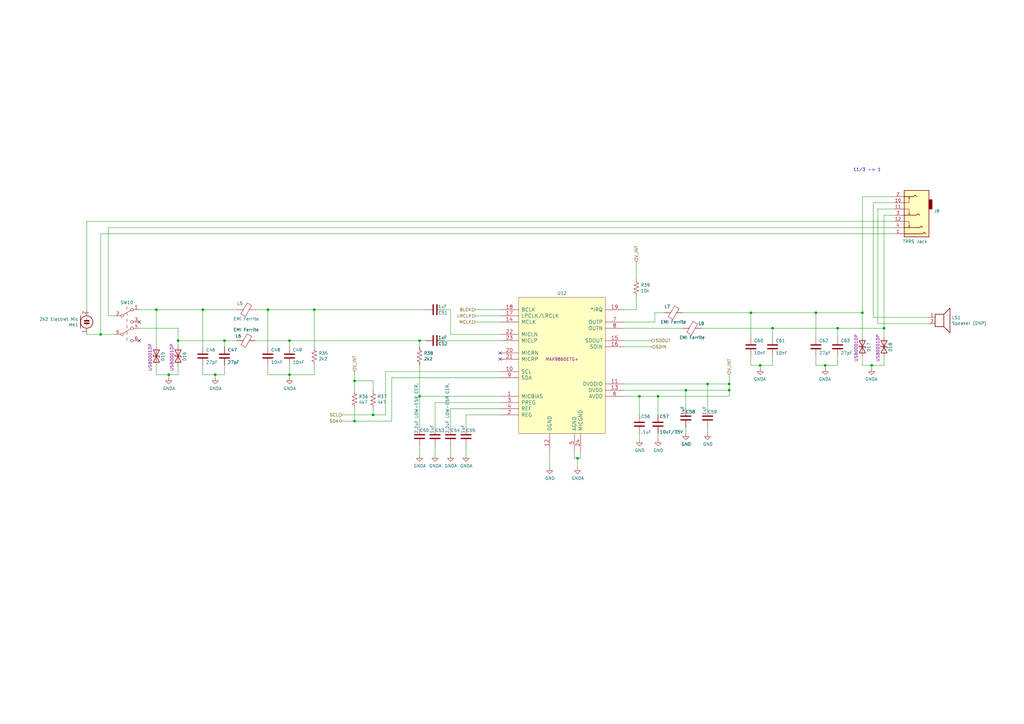
<source format=kicad_sch>
(kicad_sch (version 20211123) (generator eeschema)
  (paper "A3")
  (title_block (title "RCP 4G AUDIO CODEC AND I/O"))
  (lib_symbols
    (symbol "Device:C" (pin_numbers hide) (pin_names (offset 0.254))
      (property "Reference" "C" (at 0.635 2.54 0))
      (property "Value" "C" (at 0.635 -2.54 0))
      (symbol "C_0_1"
        (polyline (pts (xy -2.032 -0.762) (xy 2.032 -0.762)) (stroke (width 0.508)))
        (polyline (pts (xy -2.032 0.762) (xy 2.032 0.762)) (stroke (width 0.508)))
      )
      (symbol "C_1_1"
        (pin passive line (at 0 3.81 270) (length 2.794) (name "~") (number "1"))
        (pin passive line (at 0 -3.81 90) (length 2.794) (name "~") (number "2"))
      )
    )
    (symbol "Device:D_TVS" (pin_numbers hide) (pin_names (offset 1.016) hide)
      (property "Reference" "D" (at 0 2.54 0))
      (property "Value" "D_TVS" (at 0 -2.54 0))
      (symbol "D_TVS_0_1"
        (polyline (pts (xy 1.27 0) (xy -1.27 0)))
        (polyline (pts (xy 0.508 1.27) (xy 0 1.27) (xy 0 -1.27) (xy -0.508 -1.27)) (stroke (width 0.254)))
        (polyline (pts (xy -2.54 1.27) (xy -2.54 -1.27) (xy 2.54 1.27) (xy 2.54 -1.27) (xy -2.54 1.27)) (stroke (width 0.254)))
      )
      (symbol "D_TVS_1_1"
        (pin passive line (at -3.81 0 0) (length 2.54) (name "A1") (number "1"))
        (pin passive line (at 3.81 0 180) (length 2.54) (name "A2") (number "2"))
      )
    )
    (symbol "Device:Ferrite_Bead" (pin_numbers hide) (pin_names (offset 0))
      (property "Reference" "FB" (at -3.81 0.635 90))
      (property "Value" "Device_Ferrite_Bead" (at 3.81 0 90))
      (symbol "Ferrite_Bead_0_1"
        (polyline (pts (xy 0 -1.27) (xy 0 -1.2192)))
        (polyline (pts (xy 0 1.27) (xy 0 1.2954)))
        (polyline (pts (xy -2.7686 0.4064) (xy -1.7018 2.2606) (xy 2.7686 -0.3048) (xy 1.6764 -2.159) (xy -2.7686 0.4064)))
      )
      (symbol "Ferrite_Bead_1_1"
        (pin passive line (at 0 3.81 270) (length 2.54) (name "~") (number "1"))
        (pin passive line (at 0 -3.81 90) (length 2.54) (name "~") (number "2"))
      )
    )
    (symbol "Device:Microphone_Condenser" (pin_names (offset 0.0254) hide)
      (property "Reference" "MK" (at -3.302 1.27 0))
      (property "Value" "Microphone_Condenser" (at -3.302 -0.635 0))
      (symbol "Microphone_Condenser_0_1"
        (polyline (pts (xy -2.54 2.54) (xy -2.54 -2.54)) (stroke (width 0.254)))
        (polyline (pts (xy 0 -0.762) (xy 0 -1.524)))
        (polyline (pts (xy 0 0.762) (xy 0 1.524)))
        (polyline (pts (xy 0.254 3.81) (xy 0.762 3.81)))
        (polyline (pts (xy 0.508 4.064) (xy 0.508 3.556)))
        (circle (center 0 0) (radius 2.54) (stroke (width 0.254)))
        (rectangle (start 1.016 -0.254) (end -1.016 -0.762) (fill (type outline)))
        (rectangle (start 1.016 0.762) (end -1.016 0.254) (fill (type outline)))
      )
      (symbol "Microphone_Condenser_1_1"
        (pin passive line (at 0 -5.08 90) (length 2.54) (name "-") (number "1"))
        (pin passive line (at 0 5.08 270) (length 2.54) (name "+") (number "2"))
      )
    )
    (symbol "Device:R_US" (pin_numbers hide) (pin_names (offset 0))
      (property "Reference" "R" (at 2.54 0 90))
      (property "Value" "R_US" (at -2.54 0 90))
      (symbol "R_US_0_1"
        (polyline (pts (xy 0 -2.286) (xy 0 -2.54)))
        (polyline (pts (xy 0 2.286) (xy 0 2.54)))
        (polyline (pts (xy 0 -0.762) (xy 1.016 -1.143) (xy 0 -1.524) (xy -1.016 -1.905) (xy 0 -2.286)))
        (polyline (pts (xy 0 0.762) (xy 1.016 0.381) (xy 0 0) (xy -1.016 -0.381) (xy 0 -0.762)))
        (polyline (pts (xy 0 2.286) (xy 1.016 1.905) (xy 0 1.524) (xy -1.016 1.143) (xy 0 0.762)))
      )
      (symbol "R_US_1_1"
        (pin passive line (at 0 3.81 270) (length 1.27) (name "~") (number "1"))
        (pin passive line (at 0 -3.81 90) (length 1.27) (name "~") (number "2"))
      )
    )
    (symbol "Device:Speaker" (pin_names (offset 0) hide)
      (property "Reference" "LS" (at 1.27 5.715 0))
      (property "Value" "Speaker" (at 1.27 3.81 0))
      (symbol "Speaker_0_0"
        (rectangle (start -2.54 1.27) (end 1.016 -3.81) (stroke (width 0.254)))
        (polyline (pts (xy 1.016 1.27) (xy 3.556 3.81) (xy 3.556 -6.35) (xy 1.016 -3.81)) (stroke (width 0.254)))
      )
      (symbol "Speaker_1_1"
        (pin input line (at -5.08 0 0) (length 2.54) (name "1") (number "1"))
        (pin input line (at -5.08 -2.54 0) (length 2.54) (name "2") (number "2"))
      )
    )
    (symbol "MyLibrary:AudioJack_TRRS_3Switch" (pin_names (offset 1.016))
      (property "Reference" "J" (at 0 10.16 0))
      (symbol "AudioJack_TRRS_3Switch_0_1"
        (polyline (pts (xy 3.81 0) (xy 0 0)) (stroke (width 0.254)))
        (polyline (pts (xy 3.81 7.62) (xy -2.54 7.62)) (stroke (width 0.254)))
        (rectangle (start 3.81 -7.62) (end 1.27 -7.62) (stroke (width 0.254)))
        (rectangle (start 3.81 5.08) (end -1.27 5.08) (stroke (width 0.254)))
      )
      (symbol "AudioJack_TRRS_3Switch_1_1"
        (rectangle (start -6.35 -2.54) (end -7.62 -6.35) (stroke (width 0.254)) (fill (type outline)))
        (polyline (pts (xy 1.778 -7.366) (xy 2.032 -6.858)))
        (polyline (pts (xy 1.778 -0.254) (xy 2.032 -0.762)))
        (polyline (pts (xy 1.778 4.826) (xy 2.032 4.318)))
        (polyline (pts (xy 3.81 5.08) (xy 5.08 5.08)))
        (polyline (pts (xy 5.08 -7.62) (xy 3.81 -7.62)))
        (polyline (pts (xy 5.08 0) (xy 3.81 0)))
        (polyline (pts (xy 5.08 7.62) (xy 3.81 7.62)))
        (polyline (pts (xy -5.08 7.62) (xy -4.445 6.985) (xy -3.81 7.62) (xy -2.54 7.62)) (stroke (width 0.254)))
        (polyline (pts (xy -3.81 5.08) (xy -3.175 4.445) (xy -2.54 5.08) (xy -1.27 5.08)) (stroke (width 0.254)))
        (polyline (pts (xy -2.54 0) (xy -1.905 -0.635) (xy -1.27 0) (xy 0 0)) (stroke (width 0.254)))
        (polyline (pts (xy -1.27 -7.62) (xy -0.635 -8.255) (xy 0 -7.62) (xy 1.27 -7.62)) (stroke (width 0.254)))
        (polyline (pts (xy 5.08 -5.08) (xy 1.778 -5.08) (xy 1.778 -7.366) (xy 1.524 -6.858)))
        (polyline (pts (xy 5.08 -2.54) (xy 1.778 -2.54) (xy 1.778 -0.254) (xy 1.524 -0.762)))
        (polyline (pts (xy 5.08 2.54) (xy 1.778 2.54) (xy 1.778 4.826) (xy 1.524 4.318)))
        (rectangle (start 3.81 8.89) (end -6.35 -10.16) (stroke (width 0.254)) (fill (type background)))
        (pin passive line (at 7.62 7.62 180) (length 2.54) (name "~") (number "1"))
        (pin passive line (at 7.62 -5.08 180) (length 2.54) (name "~") (number "10"))
        (pin passive line (at 7.62 -2.54 180) (length 2.54) (name "~") (number "11"))
        (pin passive line (at 7.62 2.54 180) (length 2.54) (name "~") (number "12"))
        (pin passive line (at 7.62 -7.62 180) (length 2.54) (name "~") (number "2"))
        (pin passive line (at 7.62 0 180) (length 2.54) (name "~") (number "3"))
        (pin passive line (at 7.62 5.08 180) (length 2.54) (name "~") (number "4"))
      )
    )
    (symbol "MyLibrary:MAX9860" (pin_names (offset 1.016))
      (property "Reference" "U" (at -15.24 26.67 0))
      (property "Value" "MyLibrary_MAX9860" (at 12.7 26.67 0))
      (symbol "MAX9860_1_1"
        (rectangle (start -17.78 25.4) (end 17.78 -30.48) (stroke (width 0.127)) (fill (type background)))
        (pin unspecified line (at -25.4 -15.24 0) (length 7.62) (name "MICBIAS") (number "1"))
        (pin input line (at -25.4 -5.08 0) (length 7.62) (name "SCL") (number "10"))
        (pin power_in line (at 25.4 -10.16 180) (length 7.62) (name "DVDDIO") (number "11"))
        (pin power_in line (at -5.08 -38.1 90) (length 7.62) (name "DGND") (number "12"))
        (pin input line (at 25.4 -12.7 180) (length 7.62) (name "DVDD") (number "13"))
        (pin input line (at -25.4 15.24 0) (length 7.62) (name "MCLK") (number "14"))
        (pin output line (at 25.4 7.62 180) (length 7.62) (name "SDOUT") (number "15"))
        (pin input line (at 25.4 5.08 180) (length 7.62) (name "SDIN") (number "16"))
        (pin input line (at -25.4 17.78 0) (length 7.62) (name "LPCLK/LRCLK") (number "17"))
        (pin input line (at -25.4 20.32 0) (length 7.62) (name "BCLK") (number "18"))
        (pin output line (at 25.4 20.32 180) (length 7.62) (name "*IRQ") (number "19"))
        (pin unspecified line (at -25.4 -22.86 0) (length 7.62) (name "REG") (number "2"))
        (pin input line (at -25.4 2.54 0) (length 7.62) (name "MICRN") (number "20"))
        (pin input line (at -25.4 0 0) (length 7.62) (name "MICRP") (number "21"))
        (pin input line (at -25.4 10.16 0) (length 7.62) (name "MICLN") (number "22"))
        (pin input line (at -25.4 7.62 0) (length 7.62) (name "MICLP") (number "23"))
        (pin power_in line (at 7.62 -38.1 90) (length 7.62) (name "MICGND") (number "24"))
        (pin unspecified line (at -25.4 -17.78 0) (length 7.62) (name "PREG") (number "3"))
        (pin unspecified line (at -25.4 -20.32 0) (length 7.62) (name "REF") (number "4"))
        (pin power_in line (at 5.08 -38.1 90) (length 7.62) (name "AGND") (number "5"))
        (pin power_in line (at 25.4 -15.24 180) (length 7.62) (name "AVDD") (number "6"))
        (pin output line (at 25.4 15.24 180) (length 7.62) (name "OUTP") (number "7"))
        (pin output line (at 25.4 12.7 180) (length 7.62) (name "OUTN") (number "8"))
        (pin bidirectional line (at -25.4 -7.62 0) (length 7.62) (name "SDA") (number "9"))
      )
    )
    (symbol "MyLibrary:SW_DPDT" (pin_names (offset 1.016))
      (property "Reference" "SW" (at -2.54 7.62 0))
      (symbol "SW_DPDT_1_1"
        (circle (center -2.032 -3.81) (radius 0.5334))
        (circle (center -2.032 3.81) (radius 0.508))
        (polyline (pts (xy -1.524 -3.429) (xy 1.524 -1.524)))
        (polyline (pts (xy -1.524 4.191) (xy 1.524 6.096)))
        (polyline (pts (xy 0 -5.08) (xy 0 -6.35)))
        (polyline (pts (xy 0 -2.54) (xy 0 -3.81)))
        (polyline (pts (xy 0 0) (xy 0 -1.27)))
        (polyline (pts (xy 0 2.54) (xy 0 1.27)))
        (polyline (pts (xy 0 5.08) (xy 0 3.81)))
        (polyline (pts (xy 0 7.62) (xy 0 6.35)))
        (circle (center 2.032 -6.35) (radius 0.5334))
        (circle (center 2.032 -1.27) (radius 0.5334))
        (circle (center 2.032 1.27) (radius 0.5334))
        (circle (center 2.032 6.35) (radius 0.5334))
        (pin input line (at 5.08 6.35 180) (length 2.54) (name "~") (number "1"))
        (pin input line (at -5.08 3.81 0) (length 2.54) (name "~") (number "2"))
        (pin input line (at 5.08 1.27 180) (length 2.54) (name "~") (number "3"))
        (pin input line (at 5.08 -1.27 180) (length 2.54) (name "~") (number "4"))
        (pin input line (at -5.08 -3.81 0) (length 2.54) (name "~") (number "5"))
        (pin input line (at 5.08 -6.35 180) (length 2.54) (name "~") (number "6"))
      )
    )
    (symbol "power:GND" (power) (pin_names (offset 0))
      (property "Value" "GND" (at 0 -3.81 0))
      (symbol "GND_0_1"
        (polyline (pts (xy 0 0) (xy 0 -1.27) (xy 1.27 -1.27) (xy 0 -2.54) (xy -1.27 -1.27) (xy 0 -1.27)))
      )
      (symbol "GND_1_1"
        (pin power_in line (at 0 0 270) (length 0) hide (name "GND") (number "1"))
      )
    )
    (symbol "power:GNDA" (power) (pin_names (offset 0))
      (property "Value" "GNDA" (at 0 -3.81 0))
      (symbol "GNDA_0_1"
        (polyline (pts (xy 0 0) (xy 0 -1.27) (xy 1.27 -1.27) (xy 0 -2.54) (xy -1.27 -1.27) (xy 0 -1.27)))
      )
      (symbol "GNDA_1_1"
        (pin power_in line (at 0 0 270) (length 0) hide (name "GNDA") (number "1"))
      )
    )
  )
  (junction (at 299.085 157.48))
  (junction (at 236.855 187.96))
  (junction (at 88.265 153.67))
  (junction (at 334.645 128.27))
  (junction (at 172.085 139.7))
  (junction (at 338.455 149.86))
  (junction (at 353.695 128.27))
  (junction (at 311.785 149.86))
  (junction (at 262.255 162.56))
  (junction (at 362.585 134.62))
  (junction (at 316.865 134.62))
  (junction (at 343.535 134.62))
  (junction (at 299.085 160.02))
  (junction (at 269.875 162.56))
  (junction (at 153.035 170.18))
  (junction (at 128.905 127))
  (junction (at 83.185 127))
  (junction (at 145.415 156.21))
  (junction (at 64.135 127))
  (junction (at 145.415 172.72))
  (junction (at 290.195 157.48))
  (junction (at 172.085 162.56))
  (junction (at 281.305 160.02))
  (junction (at 118.745 153.67))
  (junction (at 307.975 128.27))
  (junction (at 92.075 139.7))
  (junction (at 118.745 139.7))
  (junction (at 357.505 149.86))
  (junction (at 41.275 137.16))
  (junction (at 69.215 153.67))
  (junction (at 109.855 127))
  (junction (at 73.025 139.7))
  (no_connect (at 205.105 147.32))
  (no_connect (at 205.105 144.78))
  (no_connect (at 57.15 139.7))
  (no_connect (at 57.15 132.08))
  (wire (pts (xy 236.855 191.77) (xy 236.855 187.96)))
  (wire (pts (xy 88.265 153.67) (xy 83.185 153.67)))
  (wire (pts (xy 160.655 172.72) (xy 145.415 172.72)))
  (wire (pts (xy 128.905 149.86) (xy 128.905 153.67)))
  (wire (pts (xy 236.855 187.96) (xy 238.125 187.96)))
  (wire (pts (xy 73.025 149.86) (xy 73.025 153.67)))
  (wire (pts (xy 269.875 162.56) (xy 299.085 162.56)))
  (wire (pts (xy 262.255 170.18) (xy 262.255 162.56)))
  (wire (pts (xy 73.025 134.62) (xy 73.025 139.7)))
  (wire (pts (xy 35.56 90.805) (xy 367.03 90.805)))
  (wire (pts (xy 118.745 139.7) (xy 172.085 139.7)))
  (wire (pts (xy 353.695 138.43) (xy 353.695 128.27)))
  (wire (pts (xy 194.945 127) (xy 205.105 127)))
  (wire (pts (xy 44.45 129.54) (xy 44.45 93.345)))
  (wire (pts (xy 334.645 128.27) (xy 307.975 128.27)))
  (wire (pts (xy 109.855 127) (xy 128.905 127)))
  (wire (pts (xy 358.14 83.185) (xy 367.03 83.185)))
  (wire (pts (xy 153.035 170.18) (xy 140.335 170.18)))
  (wire (pts (xy 268.605 128.27) (xy 272.415 128.27)))
  (wire (pts (xy 205.105 165.1) (xy 178.435 165.1)))
  (wire (pts (xy 184.785 175.26) (xy 184.785 167.64)))
  (wire (pts (xy 343.535 138.43) (xy 343.535 134.62)))
  (wire (pts (xy 343.535 149.86) (xy 343.535 146.05)))
  (wire (pts (xy 83.185 142.24) (xy 83.185 127)))
  (wire (pts (xy 158.115 170.18) (xy 153.035 170.18)))
  (wire (pts (xy 57.15 134.62) (xy 73.025 134.62)))
  (wire (pts (xy 128.905 153.67) (xy 118.745 153.67)))
  (wire (pts (xy 88.265 154.94) (xy 88.265 153.67)))
  (wire (pts (xy 269.875 180.34) (xy 269.875 177.8)))
  (wire (pts (xy 172.085 149.86) (xy 172.085 162.56)))
  (wire (pts (xy 182.245 127) (xy 184.785 127)))
  (wire (pts (xy 307.975 128.27) (xy 280.035 128.27)))
  (wire (pts (xy 225.425 191.77) (xy 225.425 185.42)))
  (wire (pts (xy 172.085 142.24) (xy 172.085 139.7)))
  (wire (pts (xy 357.505 151.13) (xy 357.505 149.86)))
  (wire (pts (xy 172.085 186.69) (xy 172.085 182.88)))
  (wire (pts (xy 191.135 182.88) (xy 191.135 186.69)))
  (wire (pts (xy 172.085 175.26) (xy 172.085 162.56)))
  (wire (pts (xy 194.945 132.08) (xy 205.105 132.08)))
  (wire (pts (xy 262.255 180.34) (xy 262.255 177.8)))
  (wire (pts (xy 160.655 154.94) (xy 160.655 172.72)))
  (wire (pts (xy 41.275 95.885) (xy 367.03 95.885)))
  (wire (pts (xy 367.03 85.725) (xy 360.045 85.725)))
  (wire (pts (xy 104.775 127) (xy 109.855 127)))
  (wire (pts (xy 145.415 156.21) (xy 153.035 156.21)))
  (wire (pts (xy 118.745 149.86) (xy 118.745 153.67)))
  (wire (pts (xy 307.975 146.05) (xy 307.975 149.86)))
  (wire (pts (xy 172.085 162.56) (xy 205.105 162.56)))
  (wire (pts (xy 381 130.175) (xy 358.14 130.175)))
  (wire (pts (xy 280.035 134.62) (xy 255.905 134.62)))
  (wire (pts (xy 353.695 128.27) (xy 334.645 128.27)))
  (wire (pts (xy 235.585 187.96) (xy 236.855 187.96)))
  (wire (pts (xy 334.645 146.05) (xy 334.645 149.86)))
  (wire (pts (xy 255.905 142.24) (xy 267.335 142.24)))
  (wire (pts (xy 41.275 95.885) (xy 41.275 137.16)))
  (wire (pts (xy 174.625 139.7) (xy 172.085 139.7)))
  (wire (pts (xy 205.105 170.18) (xy 191.135 170.18)))
  (wire (pts (xy 311.785 149.86) (xy 316.865 149.86)))
  (wire (pts (xy 255.905 132.08) (xy 268.605 132.08)))
  (wire (pts (xy 69.215 154.94) (xy 69.215 153.67)))
  (wire (pts (xy 357.505 149.86) (xy 362.585 149.86)))
  (wire (pts (xy 255.905 160.02) (xy 281.305 160.02)))
  (wire (pts (xy 184.785 137.16) (xy 205.105 137.16)))
  (wire (pts (xy 145.415 160.02) (xy 145.415 156.21)))
  (wire (pts (xy 338.455 151.13) (xy 338.455 149.86)))
  (wire (pts (xy 255.905 157.48) (xy 290.195 157.48)))
  (wire (pts (xy 145.415 152.4) (xy 145.415 156.21)))
  (wire (pts (xy 128.905 142.24) (xy 128.905 127)))
  (wire (pts (xy 290.195 157.48) (xy 299.085 157.48)))
  (wire (pts (xy 64.135 127) (xy 83.185 127)))
  (wire (pts (xy 92.075 149.86) (xy 92.075 153.67)))
  (wire (pts (xy 367.03 80.645) (xy 353.695 80.645)))
  (wire (pts (xy 316.865 138.43) (xy 316.865 134.62)))
  (wire (pts (xy 358.14 83.185) (xy 358.14 130.175)))
  (wire (pts (xy 353.695 128.27) (xy 353.695 80.645)))
  (wire (pts (xy 73.025 142.24) (xy 73.025 139.7)))
  (wire (pts (xy 35.56 137.16) (xy 41.275 137.16)))
  (wire (pts (xy 158.115 152.4) (xy 205.105 152.4)))
  (wire (pts (xy 338.455 149.86) (xy 343.535 149.86)))
  (wire (pts (xy 57.15 127) (xy 64.135 127)))
  (wire (pts (xy 316.865 149.86) (xy 316.865 146.05)))
  (wire (pts (xy 260.985 121.92) (xy 260.985 127)))
  (wire (pts (xy 46.99 129.54) (xy 44.45 129.54)))
  (wire (pts (xy 205.105 129.54) (xy 194.945 129.54)))
  (wire (pts (xy 118.745 153.67) (xy 109.855 153.67)))
  (wire (pts (xy 109.855 142.24) (xy 109.855 127)))
  (wire (pts (xy 281.305 177.8) (xy 281.305 175.26)))
  (wire (pts (xy 334.645 138.43) (xy 334.645 128.27)))
  (wire (pts (xy 360.045 85.725) (xy 360.045 132.715)))
  (wire (pts (xy 316.865 134.62) (xy 343.535 134.62)))
  (wire (pts (xy 153.035 170.18) (xy 153.035 167.64)))
  (wire (pts (xy 362.585 88.265) (xy 367.03 88.265)))
  (wire (pts (xy 260.985 127) (xy 255.905 127)))
  (wire (pts (xy 145.415 167.64) (xy 145.415 172.72)))
  (wire (pts (xy 35.56 90.805) (xy 35.56 127)))
  (wire (pts (xy 290.195 167.64) (xy 290.195 157.48)))
  (wire (pts (xy 307.975 138.43) (xy 307.975 128.27)))
  (wire (pts (xy 160.655 154.94) (xy 205.105 154.94)))
  (wire (pts (xy 269.875 170.18) (xy 269.875 162.56)))
  (wire (pts (xy 343.535 134.62) (xy 362.585 134.62)))
  (wire (pts (xy 238.125 187.96) (xy 238.125 185.42)))
  (wire (pts (xy 92.075 139.7) (xy 73.025 139.7)))
  (wire (pts (xy 178.435 165.1) (xy 178.435 175.26)))
  (wire (pts (xy 290.195 177.8) (xy 290.195 175.26)))
  (wire (pts (xy 92.075 153.67) (xy 88.265 153.67)))
  (wire (pts (xy 83.185 127) (xy 97.155 127)))
  (wire (pts (xy 64.135 142.24) (xy 64.135 127)))
  (wire (pts (xy 307.975 149.86) (xy 311.785 149.86)))
  (wire (pts (xy 145.415 172.72) (xy 140.335 172.72)))
  (wire (pts (xy 334.645 149.86) (xy 338.455 149.86)))
  (wire (pts (xy 281.305 167.64) (xy 281.305 160.02)))
  (wire (pts (xy 299.085 153.67) (xy 299.085 157.48)))
  (wire (pts (xy 118.745 142.24) (xy 118.745 139.7)))
  (wire (pts (xy 267.335 139.7) (xy 255.905 139.7)))
  (wire (pts (xy 353.695 146.05) (xy 353.695 149.86)))
  (wire (pts (xy 191.135 170.18) (xy 191.135 175.26)))
  (wire (pts (xy 299.085 157.48) (xy 299.085 160.02)))
  (wire (pts (xy 92.075 142.24) (xy 92.075 139.7)))
  (wire (pts (xy 153.035 156.21) (xy 153.035 160.02)))
  (wire (pts (xy 184.785 167.64) (xy 205.105 167.64)))
  (wire (pts (xy 46.99 137.16) (xy 41.275 137.16)))
  (wire (pts (xy 362.585 149.86) (xy 362.585 146.05)))
  (wire (pts (xy 287.655 134.62) (xy 316.865 134.62)))
  (wire (pts (xy 205.105 139.7) (xy 182.245 139.7)))
  (wire (pts (xy 104.775 139.7) (xy 118.745 139.7)))
  (wire (pts (xy 109.855 153.67) (xy 109.855 149.86)))
  (wire (pts (xy 73.025 153.67) (xy 69.215 153.67)))
  (wire (pts (xy 184.785 182.88) (xy 184.785 186.69)))
  (wire (pts (xy 362.585 138.43) (xy 362.585 134.62)))
  (wire (pts (xy 268.605 132.08) (xy 268.605 128.27)))
  (wire (pts (xy 281.305 160.02) (xy 299.085 160.02)))
  (wire (pts (xy 235.585 185.42) (xy 235.585 187.96)))
  (wire (pts (xy 83.185 153.67) (xy 83.185 149.86)))
  (wire (pts (xy 184.785 127) (xy 184.785 137.16)))
  (wire (pts (xy 158.115 152.4) (xy 158.115 170.18)))
  (wire (pts (xy 69.215 153.67) (xy 64.135 153.67)))
  (wire (pts (xy 178.435 186.69) (xy 178.435 182.88)))
  (wire (pts (xy 311.785 151.13) (xy 311.785 149.86)))
  (wire (pts (xy 260.985 107.315) (xy 260.985 114.3)))
  (wire (pts (xy 360.045 132.715) (xy 381 132.715)))
  (wire (pts (xy 362.585 134.62) (xy 362.585 88.265)))
  (wire (pts (xy 97.155 139.7) (xy 92.075 139.7)))
  (wire (pts (xy 353.695 149.86) (xy 357.505 149.86)))
  (wire (pts (xy 299.085 160.02) (xy 299.085 162.56)))
  (wire (pts (xy 269.875 162.56) (xy 262.255 162.56)))
  (wire (pts (xy 44.45 93.345) (xy 367.03 93.345)))
  (wire (pts (xy 118.745 154.94) (xy 118.745 153.67)))
  (wire (pts (xy 64.135 153.67) (xy 64.135 149.86)))
  (wire (pts (xy 262.255 162.56) (xy 255.905 162.56)))
  (wire (pts (xy 128.905 127) (xy 174.625 127)))
  (text "11/3 -> 1" (at 349.885 70.485 0) (effects (font (size 1.27 1.27)) (justify left bottom)))
  (hierarchical_label "SDA" (shape bidirectional) (at 140.335 172.72 180))
  (hierarchical_label "V_INT" (shape input) (at 145.415 152.4 90))
  (hierarchical_label "BLCK" (shape input) (at 194.945 127 180))
  (hierarchical_label "SDOUT" (shape output) (at 267.335 139.7 0))
  (hierarchical_label "V_INT" (shape input) (at 299.085 153.67 90))
  (hierarchical_label "V_INT" (shape input) (at 260.985 107.315 90))
  (hierarchical_label "SDIN" (shape input) (at 267.335 142.24 0))
  (hierarchical_label "MCLK" (shape input) (at 194.945 132.08 180))
  (hierarchical_label "SCL" (shape input) (at 140.335 170.18 180))
  (hierarchical_label "LRCLK" (shape input) (at 194.945 129.54 180))
  (symbol (lib_id "MyLibrary:MAX9860") (at 230.505 147.32 0) (unit 1)
    (property "Reference" "U12" (at 230.505 120.269 0))
    (property "Value" "MAX9860 CODEC" (effects hide))
    (property "Footprint" "Package_DFN_QFN:WQFN-24-1EP_4x4mm_P0.5mm_EP2.7x2.7mm" (effects hide))
    (property "Mfg. Name" "Maxim" (effects hide))
    (property "Mfg. Part No." "MAX9860ETG+" (at 230.505 147.32 0))
  )
  (symbol (lib_id "Device:C") (at 92.075 146.05 0) (unit 1)
    (property "Reference" "C47" (at 93.345 143.51 0) (effects (justify left)))
    (property "Value" "27pF" (at 93.345 148.59 0) (effects (justify left)))
    (property "Footprint" "Capacitor_SMD:C_0603_1608Metric" (effects hide))
  )
  (symbol (lib_id "Device:C") (at 118.745 146.05 0) (unit 1)
    (property "Reference" "C49" (at 120.015 143.51 0) (effects (justify left)))
    (property "Value" "10nF" (at 120.015 148.59 0) (effects (justify left)))
    (property "Footprint" "Capacitor_SMD:C_0603_1608Metric" (effects hide))
  )
  (symbol (lib_id "Device:C") (at 307.975 142.24 0) (unit 1)
    (property "Reference" "C60" (at 309.245 139.7 0) (effects (justify left)))
    (property "Value" "10nF" (at 309.245 144.78 0) (effects (justify left)))
    (property "Footprint" "Capacitor_SMD:C_0603_1608Metric" (effects hide))
  )
  (symbol (lib_id "Device:C") (at 316.865 142.24 0) (unit 1)
    (property "Reference" "C61" (at 318.135 139.7 0) (effects (justify left)))
    (property "Value" "10nF" (at 318.135 144.78 0) (effects (justify left)))
    (property "Footprint" "Capacitor_SMD:C_0603_1608Metric" (effects hide))
  )
  (symbol (lib_id "Device:C") (at 334.645 142.24 0) (unit 1)
    (property "Reference" "C62" (at 335.915 139.7 0) (effects (justify left)))
    (property "Value" "27pF" (at 335.915 144.78 0) (effects (justify left)))
    (property "Footprint" "Capacitor_SMD:C_0603_1608Metric" (effects hide))
  )
  (symbol (lib_id "Device:C") (at 343.535 142.24 0) (unit 1)
    (property "Reference" "C63" (at 344.805 139.7 0) (effects (justify left)))
    (property "Value" "27pF" (at 344.805 144.78 0) (effects (justify left)))
    (property "Footprint" "Capacitor_SMD:C_0603_1608Metric" (effects hide))
  )
  (symbol (lib_id "Device:Ferrite_Bead") (at 100.965 139.7 270) (unit 1)
    (property "Reference" "L6" (at 97.79 137.795 90))
    (property "Value" "EMI Ferrite" (at 100.965 135.255 90))
    (property "Footprint" "Inductor_SMD:L_0402_1005Metric" (effects hide))
    (property "Mfg. Name" "Murata" (effects hide))
    (property "Mfg. Part No." "BLM15HD182SN1D" (effects hide))
  )
  (symbol (lib_id "Device:Ferrite_Bead") (at 276.225 128.27 270) (unit 1)
    (property "Reference" "L7" (at 273.685 125.73 90))
    (property "Value" "EMI Ferrite" (at 276.225 132.08 90))
    (property "Footprint" "Inductor_SMD:L_0402_1005Metric" (effects hide))
    (property "Mfg. Name" "Murata" (effects hide))
    (property "Mfg. Part No." "BLM15HD182SN1D" (effects hide))
  )
  (symbol (lib_id "Device:Ferrite_Bead") (at 283.845 134.62 270) (unit 1)
    (property "Reference" "L8" (at 287.655 132.715 90))
    (property "Value" "EMI Ferrite" (at 283.845 138.43 90))
    (property "Footprint" "Inductor_SMD:L_0402_1005Metric" (effects hide))
    (property "Mfg. Name" "Murata" (effects hide))
    (property "Mfg. Part No." "BLM15HD182SN1D" (effects hide))
  )
  (symbol (lib_id "Device:C") (at 184.785 179.07 0) (unit 1)
    (property "Reference" "C54" (at 184.785 176.53 0) (effects (justify left)))
    (property "Value" "2.2uF LOW-ESR CER." (at 183.515 177.8 90) (effects (justify left)))
    (property "Footprint" "Capacitor_SMD:C_0603_1608Metric" (effects hide))
    (property "Mfg. Name" "Kemet" (effects hide))
    (property "Mfg. Part No." "C0603C225K9PACTU" (effects hide))
  )
  (symbol (lib_id "Device:C") (at 191.135 179.07 0) (unit 1)
    (property "Reference" "C55" (at 191.135 176.53 0) (effects (justify left)))
    (property "Value" "1uF" (at 189.865 177.8 90) (effects (justify left)))
    (property "Footprint" "Capacitor_SMD:C_0402_1005Metric" (effects hide))
    (property "Mfg. Name" "Kemet" (effects hide))
    (property "Mfg. Part No." "C0402C105K9PACTU" (effects hide))
  )
  (symbol (lib_id "Device:C") (at 178.435 127 270) (unit 1)
    (property "Reference" "C51" (at 179.705 128.27 90) (effects (justify left)))
    (property "Value" "1uF" (at 179.705 125.73 90) (effects (justify left)))
    (property "Footprint" "Capacitor_SMD:C_0402_1005Metric" (effects hide))
    (property "Mfg. Name" "Kemet" (effects hide))
    (property "Mfg. Part No." "C0402C105K9PACTU" (effects hide))
  )
  (symbol (lib_id "Device:C") (at 178.435 139.7 270) (unit 1)
    (property "Reference" "C52" (at 179.705 140.97 90) (effects (justify left)))
    (property "Value" "1uF" (at 179.705 138.43 90) (effects (justify left)))
    (property "Footprint" "Capacitor_SMD:C_0402_1005Metric" (effects hide))
    (property "Mfg. Name" "Kemet" (effects hide))
    (property "Mfg. Part No." "C0402C105K9PACTU" (effects hide))
  )
  (symbol (lib_id "Device:C") (at 290.195 171.45 0) (unit 1)
    (property "Reference" "C59" (at 290.195 168.91 0) (effects (justify left)))
    (property "Value" "1uF" (at 288.925 170.18 90) (effects (justify left)))
    (property "Footprint" "Capacitor_SMD:C_0402_1005Metric" (effects hide))
    (property "Mfg. Name" "Kemet" (effects hide))
    (property "Mfg. Part No." "C0402C105K9PACTU" (effects hide))
  )
  (symbol (lib_id "Device:C") (at 281.305 171.45 0) (unit 1)
    (property "Reference" "C58" (at 281.305 168.91 0) (effects (justify left)))
    (property "Value" "1uF" (at 280.035 170.18 90) (effects (justify left)))
    (property "Footprint" "Capacitor_SMD:C_0402_1005Metric" (effects hide))
    (property "Mfg. Name" "Kemet" (effects hide))
    (property "Mfg. Part No." "C0402C105K9PACTU" (effects hide))
  )
  (symbol (lib_id "Device:R_US") (at 260.985 118.11 0) (unit 1)
    (property "Reference" "R39" (at 262.7122 116.9416 0) (effects (justify left)))
    (property "Value" "10k" (at 262.7122 119.253 0) (effects (justify left)))
    (property "Footprint" "Resistor_SMD:R_0603_1608Metric" (effects hide))
  )
  (symbol (lib_id "Device:R_US") (at 153.035 163.83 0) (unit 1)
    (property "Reference" "R37" (at 154.7622 162.6616 0) (effects (justify left)))
    (property "Value" "4k7" (at 154.7622 164.973 0) (effects (justify left)))
    (property "Footprint" "Resistor_SMD:R_0603_1608Metric" (effects hide))
  )
  (symbol (lib_id "Device:R_US") (at 145.415 163.83 0) (unit 1)
    (property "Reference" "R36" (at 147.1422 162.6616 0) (effects (justify left)))
    (property "Value" "4k7" (at 147.1422 164.973 0) (effects (justify left)))
    (property "Footprint" "Resistor_SMD:R_0603_1608Metric" (effects hide))
  )
  (symbol (lib_id "power:GNDA") (at 236.855 191.77 0) (unit 1)
    (property "Reference" "#PWR0196" (effects hide))
    (property "Value" "GNDA" (at 236.982 196.1642 0))
  )
  (symbol (lib_id "power:GND") (at 225.425 191.77 0) (unit 1)
    (property "Reference" "#PWR0197" (effects hide))
    (property "Value" "GND" (at 225.552 196.1642 0))
  )
  (symbol (lib_id "power:GND") (at 290.195 177.8 0) (unit 1)
    (property "Reference" "#PWR0198" (effects hide))
    (property "Value" "GND" (at 290.322 182.1942 0))
  )
  (symbol (lib_id "power:GND") (at 281.305 177.8 0) (unit 1)
    (property "Reference" "#PWR0199" (effects hide))
    (property "Value" "GND" (at 281.432 182.1942 0))
  )
  (symbol (lib_id "Device:C") (at 269.875 173.99 0) (unit 1)
    (property "Reference" "C57" (at 270.51 170.815 0) (effects (justify left)))
    (property "Value" "10uF/35V" (at 270.51 177.165 0) (effects (justify left)))
    (property "Footprint" "Resistor_SMD:R_1206_3216Metric" (effects hide))
    (property "Mfg. Name" "TDK" (effects hide))
    (property "Mfg. Part No." "CGA5L1X7R1V106K160AC" (effects hide))
  )
  (symbol (lib_id "power:GND") (at 269.875 180.34 0) (unit 1)
    (property "Reference" "#PWR0200" (effects hide))
    (property "Value" "GND" (at 270.002 184.7342 0))
  )
  (symbol (lib_id "Device:C") (at 262.255 173.99 0) (unit 1)
    (property "Reference" "C56" (at 262.89 170.815 0) (effects (justify left)))
    (property "Value" ".1uF" (at 262.89 177.165 0) (effects (justify left)))
    (property "Footprint" "Capacitor_SMD:C_0603_1608Metric" (effects hide))
  )
  (symbol (lib_id "power:GND") (at 262.255 180.34 0) (unit 1)
    (property "Reference" "#PWR0201" (effects hide))
    (property "Value" "GND" (at 262.382 184.7342 0))
  )
  (symbol (lib_id "Device:C") (at 178.435 179.07 0) (unit 1)
    (property "Reference" "C53" (at 178.435 176.53 0) (effects (justify left)))
    (property "Value" "1uF" (at 177.165 177.8 90) (effects (justify left)))
    (property "Footprint" "Capacitor_SMD:C_0402_1005Metric" (effects hide))
    (property "Mfg. Name" "Kemet" (effects hide))
    (property "Mfg. Part No." "C0402C105K9PACTU" (effects hide))
  )
  (symbol (lib_id "power:GNDA") (at 191.135 186.69 0) (unit 1)
    (property "Reference" "#PWR0202" (effects hide))
    (property "Value" "GNDA" (at 191.262 191.0842 0))
  )
  (symbol (lib_id "power:GNDA") (at 184.785 186.69 0) (unit 1)
    (property "Reference" "#PWR0203" (effects hide))
    (property "Value" "GNDA" (at 184.912 191.0842 0))
  )
  (symbol (lib_id "power:GNDA") (at 178.435 186.69 0) (unit 1)
    (property "Reference" "#PWR0204" (effects hide))
    (property "Value" "GNDA" (at 178.562 191.0842 0))
  )
  (symbol (lib_id "Device:C") (at 172.085 179.07 0) (unit 1)
    (property "Reference" "C50" (at 172.085 176.53 0) (effects (justify left)))
    (property "Value" "2.2uF LOW-ESR CER." (at 170.815 177.8 90) (effects (justify left)))
    (property "Footprint" "Capacitor_SMD:C_0603_1608Metric" (effects hide))
    (property "Mfg. Name" "Kemet" (effects hide))
    (property "Mfg. Part No." "C0603C225K9PACTU" (effects hide))
  )
  (symbol (lib_id "power:GNDA") (at 172.085 186.69 0) (unit 1)
    (property "Reference" "#PWR0205" (effects hide))
    (property "Value" "GNDA" (at 172.212 191.0842 0))
  )
  (symbol (lib_id "Device:Ferrite_Bead") (at 100.965 127 270) (unit 1)
    (property "Reference" "L5" (at 98.425 124.46 90))
    (property "Value" "EMI Ferrite" (at 100.965 130.81 90))
    (property "Footprint" "Inductor_SMD:L_0402_1005Metric" (effects hide))
    (property "Mfg. Name" "Murata" (effects hide))
    (property "Mfg. Part No." "BLM15HD182SN1D" (effects hide))
  )
  (symbol (lib_id "Device:R_US") (at 172.085 146.05 0) (unit 1)
    (property "Reference" "R38" (at 173.8122 144.8816 0) (effects (justify left)))
    (property "Value" "2k2" (at 173.8122 147.193 0) (effects (justify left)))
    (property "Footprint" "Resistor_SMD:R_0402_1005Metric" (effects hide))
    (property "Mfg. Name" "Panasonic" (effects hide))
    (property "Mfg. Part No." "ERJ-2GEJ222X" (effects hide))
  )
  (symbol (lib_id "Device:R_US") (at 128.905 146.05 0) (unit 1)
    (property "Reference" "R35" (at 130.6322 144.8816 0) (effects (justify left)))
    (property "Value" "2k2" (at 130.6322 147.193 0) (effects (justify left)))
    (property "Footprint" "Resistor_SMD:R_0402_1005Metric" (effects hide))
    (property "Mfg. Name" "Panasonic" (effects hide))
    (property "Mfg. Part No." "ERJ-2GEJ222X" (effects hide))
  )
  (symbol (lib_id "Device:Microphone_Condenser") (at 35.56 132.08 0) (unit 1)
    (property "Reference" "MK1" (at 32.258 133.2484 0) (effects (justify right)))
    (property "Value" "2k2 Electret Mic" (at 32.258 130.937 0) (effects (justify right)))
    (property "Footprint" "MyFootprints:Microphone_PUI_POM-2738P-R" (effects hide))
    (property "Datasheet" "http://www.puiaudio.com/pdf/POM-2738P-R.pdf" (effects hide))
    (property "Mfg. Name" "PUI Audio" (effects hide))
    (property "Mfg. Part No." "POM-2738P-R" (effects hide))
  )
  (symbol (lib_id "Device:C") (at 109.855 146.05 0) (unit 1)
    (property "Reference" "C48" (at 111.125 143.51 0) (effects (justify left)))
    (property "Value" "10nF" (at 111.125 148.59 0) (effects (justify left)))
    (property "Footprint" "Capacitor_SMD:C_0603_1608Metric" (effects hide))
  )
  (symbol (lib_id "power:GNDA") (at 118.745 154.94 0) (unit 1)
    (property "Reference" "#PWR0208" (effects hide))
    (property "Value" "GNDA" (at 118.872 159.3342 0))
  )
  (symbol (lib_id "Device:C") (at 83.185 146.05 0) (unit 1)
    (property "Reference" "C46" (at 84.455 143.51 0) (effects (justify left)))
    (property "Value" "27pF" (at 84.455 148.59 0) (effects (justify left)))
    (property "Footprint" "Capacitor_SMD:C_0603_1608Metric" (effects hide))
  )
  (symbol (lib_id "Device:D_TVS") (at 64.135 146.05 270) (unit 1)
    (property "Reference" "D15" (at 66.7766 144.2466 0) (effects (justify left)))
    (property "Value" "TVS/Varistor for Audio Filtering" (effects hide))
    (property "Footprint" "Resistor_SMD:R_0603_1608Metric" (effects hide))
    (property "Mfg. Name" "AVX" (effects hide))
    (property "Mfg. Part No." "USB0001DP " (at 61.595 146.05 0))
  )
  (symbol (lib_id "power:GNDA") (at 88.265 154.94 0) (unit 1)
    (property "Reference" "#PWR0209" (effects hide))
    (property "Value" "GNDA" (at 88.392 159.3342 0))
  )
  (symbol (lib_id "power:GNDA") (at 69.215 154.94 0) (unit 1)
    (property "Reference" "#PWR0210" (effects hide))
    (property "Value" "GNDA" (at 69.342 159.3342 0))
  )
  (symbol (lib_id "Device:Speaker") (at 386.08 130.175 0) (unit 1) (in_bom no)
    (property "Reference" "LS1" (at 390.398 130.2766 0) (effects (justify left)))
    (property "Value" "Speaker (DNP)" (at 390.398 132.588 0) (effects (justify left)))
    (property "Footprint" "MyFootprints:Speaker_PUI_AR01232MS-SC12-WP-R" (effects hide))
    (property "Datasheet" "http://www.puiaudio.com/pdf/AR01232MS-SC12-WP-R.pdf" (effects hide))
    (property "Mfg. Name" "PUI Audio" (effects hide))
    (property "Mfg. Part No." "AR01232MS-SC12-WP-R" (effects hide))
  )
  (symbol (lib_id "power:GNDA") (at 311.785 151.13 0) (mirror y) (unit 1)
    (property "Reference" "#PWR0211" (effects hide))
    (property "Value" "GNDA" (at 311.658 155.5242 0))
  )
  (symbol (lib_id "power:GNDA") (at 338.455 151.13 0) (mirror y) (unit 1)
    (property "Reference" "#PWR0212" (effects hide))
    (property "Value" "GNDA" (at 338.328 155.5242 0))
  )
  (symbol (lib_id "power:GNDA") (at 357.505 151.13 0) (mirror y) (unit 1)
    (property "Reference" "#PWR0213" (effects hide))
    (property "Value" "GNDA" (at 357.378 155.5242 0))
  )
  (symbol (lib_id "MyLibrary:SW_DPDT") (at 52.07 133.35 0) (unit 1)
    (property "Reference" "SW10" (at 52.07 124.1044 0))
    (property "Value" "Mic Switch DPDT" (effects hide))
    (property "Footprint" "MyFootprints:Switch_DPDT_Nidec_CL-SB-22C-XX" (effects hide))
    (property "Mfg. Name" "Nidec Copal" (effects hide))
    (property "Mfg. Part No." "CL-SB-22C-11" (effects hide))
  )
  (symbol (lib_id "MyLibrary:AudioJack_TRRS_3Switch") (at 374.65 88.265 180) (unit 1)
    (property "Reference" "J8" (at 383.032 86.5632 0) (effects (justify right)))
    (property "Value" "TRRS Jack" (at 375.285 99.06 0))
    (property "Footprint" "MyFootprints:AudioJack_TRRS_CUI_SJ-43617-SMT-TR" (effects hide))
    (property "Label" "TRRS JACK" (effects hide))
    (property "Mfg. Name" "CUI" (effects hide))
    (property "Mfg. Part No." "SJ-43617-SMT-TR" (effects hide))
  )
  (symbol (lib_id "Device:D_TVS") (at 362.585 142.24 270) (unit 1)
    (property "Reference" "D18" (at 365.2266 140.4366 0) (effects (justify left)))
    (property "Value" "TVS/Varistor for Audio Filtering" (effects hide))
    (property "Footprint" "Resistor_SMD:R_0603_1608Metric" (effects hide))
    (property "Mfg. Name" "AVX" (effects hide))
    (property "Mfg. Part No." "USB0001DP " (at 360.045 142.24 0))
  )
  (symbol (lib_id "Device:D_TVS") (at 353.695 142.24 270) (unit 1)
    (property "Reference" "D17" (at 356.3366 140.4366 0) (effects (justify left)))
    (property "Value" "TVS/Varistor for Audio Filtering" (effects hide))
    (property "Footprint" "Resistor_SMD:R_0603_1608Metric" (effects hide))
    (property "Mfg. Name" "AVX" (effects hide))
    (property "Mfg. Part No." "USB0001DP " (at 351.155 142.24 0))
  )
  (symbol (lib_id "Device:D_TVS") (at 73.025 146.05 270) (unit 1)
    (property "Reference" "D16" (at 75.6666 144.2466 0) (effects (justify left)))
    (property "Value" "TVS/Varistor for Audio Filtering" (effects hide))
    (property "Footprint" "Resistor_SMD:R_0603_1608Metric" (effects hide))
    (property "Mfg. Name" "AVX" (effects hide))
    (property "Mfg. Part No." "USB0001DP " (at 70.485 146.05 0))
  )
)
</source>
